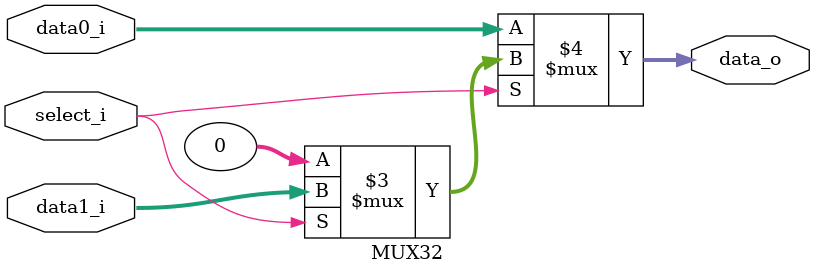
<source format=v>
module MUX32(
    data0_i,
    data1_i,
    select_i,
    data_o
);

input  [31:0]	data0_i;
input  [31:0]	data1_i;
input			select_i;

output [31:0]	data_o;

assign data_o = (
	(select_i == 1'b0)? data0_i:
	(select_i == 1'b1)? data1_i:
	32'd0
);

endmodule

</source>
